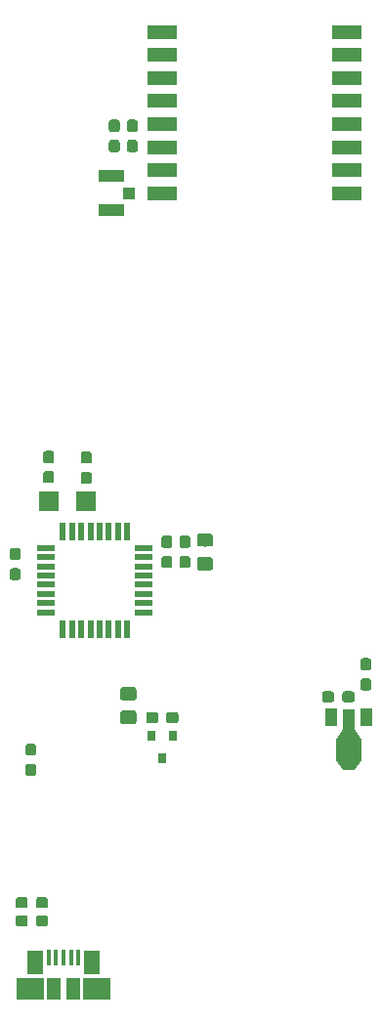
<source format=gbp>
G04 #@! TF.GenerationSoftware,KiCad,Pcbnew,6.0.0-unknown-920f128~86~ubuntu18.04.1*
G04 #@! TF.CreationDate,2019-07-18T17:53:54-04:00*
G04 #@! TF.ProjectId,FOD,464f442e-6b69-4636-9164-5f7063625858,rev?*
G04 #@! TF.SameCoordinates,Original*
G04 #@! TF.FileFunction,Paste,Bot*
G04 #@! TF.FilePolarity,Positive*
%FSLAX46Y46*%
G04 Gerber Fmt 4.6, Leading zero omitted, Abs format (unit mm)*
G04 Created by KiCad (PCBNEW 6.0.0-unknown-920f128~86~ubuntu18.04.1) date 2019-07-18 17:53:54*
%MOMM*%
%LPD*%
G04 APERTURE LIST*
%ADD10R,2.200000X1.050000*%
%ADD11R,1.050000X1.000000*%
%ADD12R,0.800000X0.900000*%
%ADD13C,1.000000*%
%ADD14C,0.100000*%
%ADD15R,2.200000X1.840000*%
%ADD16R,1.000000X1.500000*%
%ADD17R,1.000000X1.800000*%
%ADD18C,0.850000*%
%ADD19R,1.750000X1.800000*%
%ADD20R,2.500000X1.300000*%
%ADD21R,1.600000X0.550000*%
%ADD22R,0.550000X1.600000*%
%ADD23C,0.950000*%
%ADD24C,1.150000*%
%ADD25R,1.175000X1.900000*%
%ADD26R,2.375000X1.900000*%
%ADD27R,1.475000X2.100000*%
%ADD28R,0.450000X1.380000*%
G04 APERTURE END LIST*
D10*
X128725000Y-49465000D03*
D11*
X130250000Y-50940000D03*
D10*
X128725000Y-52415000D03*
D12*
X133100000Y-99900000D03*
X134050000Y-97900000D03*
X132150000Y-97900000D03*
D13*
X149250000Y-97773800D03*
D14*
G36*
X149650000Y-97273800D02*
G01*
X150350000Y-98273800D01*
X148150000Y-98273800D01*
X148850000Y-97273800D01*
X149650000Y-97273800D01*
X149650000Y-97273800D01*
G37*
D15*
X149250000Y-99183500D03*
D16*
X150750000Y-96370000D03*
D17*
X149250000Y-96516500D03*
D16*
X147750000Y-96370000D03*
D18*
X149250000Y-100517000D03*
D14*
G36*
X148750000Y-100942000D02*
G01*
X148150000Y-100092000D01*
X150350000Y-100092000D01*
X149750000Y-100942000D01*
X148750000Y-100942000D01*
X148750000Y-100942000D01*
G37*
D19*
X126500000Y-77650000D03*
X123250000Y-77650000D03*
D20*
X133080000Y-36940000D03*
X133080000Y-38940000D03*
X133080000Y-40940000D03*
X133080000Y-42940000D03*
X133080000Y-44940000D03*
X133080000Y-46940000D03*
X133080000Y-48940000D03*
X133080000Y-50940000D03*
X149080000Y-50940000D03*
X149080000Y-48940000D03*
X149080000Y-46940000D03*
X149080000Y-44940000D03*
X149080000Y-42940000D03*
X149080000Y-40940000D03*
X149080000Y-38940000D03*
X149080000Y-36940000D03*
D21*
X123025000Y-81650000D03*
X123025000Y-82450000D03*
X123025000Y-83250000D03*
X123025000Y-84050000D03*
X123025000Y-84850000D03*
X123025000Y-85650000D03*
X123025000Y-86450000D03*
X123025000Y-87250000D03*
D22*
X124475000Y-88700000D03*
X125275000Y-88700000D03*
X126075000Y-88700000D03*
X126875000Y-88700000D03*
X127675000Y-88700000D03*
X128475000Y-88700000D03*
X129275000Y-88700000D03*
X130075000Y-88700000D03*
D21*
X131525000Y-87250000D03*
X131525000Y-86450000D03*
X131525000Y-85650000D03*
X131525000Y-84850000D03*
X131525000Y-84050000D03*
X131525000Y-83250000D03*
X131525000Y-82450000D03*
X131525000Y-81650000D03*
D22*
X130075000Y-80200000D03*
X129275000Y-80200000D03*
X128475000Y-80200000D03*
X127675000Y-80200000D03*
X126875000Y-80200000D03*
X126075000Y-80200000D03*
X125275000Y-80200000D03*
X124475000Y-80200000D03*
D14*
G36*
X134353387Y-95893079D02*
G01*
X134430438Y-95944562D01*
X134481921Y-96021613D01*
X134500000Y-96112500D01*
X134500000Y-96587500D01*
X134481921Y-96678387D01*
X134430438Y-96755438D01*
X134353387Y-96806921D01*
X134262500Y-96825000D01*
X133687500Y-96825000D01*
X133596613Y-96806921D01*
X133519562Y-96755438D01*
X133468079Y-96678387D01*
X133450000Y-96587500D01*
X133450000Y-96112500D01*
X133468079Y-96021613D01*
X133519562Y-95944562D01*
X133596613Y-95893079D01*
X133687500Y-95875000D01*
X134262500Y-95875000D01*
X134353387Y-95893079D01*
X134353387Y-95893079D01*
G37*
D23*
X133975000Y-96350000D03*
D14*
G36*
X132603387Y-95893079D02*
G01*
X132680438Y-95944562D01*
X132731921Y-96021613D01*
X132750000Y-96112500D01*
X132750000Y-96587500D01*
X132731921Y-96678387D01*
X132680438Y-96755438D01*
X132603387Y-96806921D01*
X132512500Y-96825000D01*
X131937500Y-96825000D01*
X131846613Y-96806921D01*
X131769562Y-96755438D01*
X131718079Y-96678387D01*
X131700000Y-96587500D01*
X131700000Y-96112500D01*
X131718079Y-96021613D01*
X131769562Y-95944562D01*
X131846613Y-95893079D01*
X131937500Y-95875000D01*
X132512500Y-95875000D01*
X132603387Y-95893079D01*
X132603387Y-95893079D01*
G37*
D23*
X132225000Y-96350000D03*
D14*
G36*
X122028387Y-100368079D02*
G01*
X122105438Y-100419562D01*
X122156921Y-100496613D01*
X122175000Y-100587500D01*
X122175000Y-101162500D01*
X122156921Y-101253387D01*
X122105438Y-101330438D01*
X122028387Y-101381921D01*
X121937500Y-101400000D01*
X121462500Y-101400000D01*
X121371613Y-101381921D01*
X121294562Y-101330438D01*
X121243079Y-101253387D01*
X121225000Y-101162500D01*
X121225000Y-100587500D01*
X121243079Y-100496613D01*
X121294562Y-100419562D01*
X121371613Y-100368079D01*
X121462500Y-100350000D01*
X121937500Y-100350000D01*
X122028387Y-100368079D01*
X122028387Y-100368079D01*
G37*
D23*
X121700000Y-100875000D03*
D14*
G36*
X122028387Y-98618079D02*
G01*
X122105438Y-98669562D01*
X122156921Y-98746613D01*
X122175000Y-98837500D01*
X122175000Y-99412500D01*
X122156921Y-99503387D01*
X122105438Y-99580438D01*
X122028387Y-99631921D01*
X121937500Y-99650000D01*
X121462500Y-99650000D01*
X121371613Y-99631921D01*
X121294562Y-99580438D01*
X121243079Y-99503387D01*
X121225000Y-99412500D01*
X121225000Y-98837500D01*
X121243079Y-98746613D01*
X121294562Y-98669562D01*
X121371613Y-98618079D01*
X121462500Y-98600000D01*
X121937500Y-98600000D01*
X122028387Y-98618079D01*
X122028387Y-98618079D01*
G37*
D23*
X121700000Y-99125000D03*
D14*
G36*
X123053387Y-111943079D02*
G01*
X123130438Y-111994562D01*
X123181921Y-112071613D01*
X123200000Y-112162500D01*
X123200000Y-112637500D01*
X123181921Y-112728387D01*
X123130438Y-112805438D01*
X123053387Y-112856921D01*
X122962500Y-112875000D01*
X122387500Y-112875000D01*
X122296613Y-112856921D01*
X122219562Y-112805438D01*
X122168079Y-112728387D01*
X122150000Y-112637500D01*
X122150000Y-112162500D01*
X122168079Y-112071613D01*
X122219562Y-111994562D01*
X122296613Y-111943079D01*
X122387500Y-111925000D01*
X122962500Y-111925000D01*
X123053387Y-111943079D01*
X123053387Y-111943079D01*
G37*
D23*
X122675000Y-112400000D03*
D14*
G36*
X121303387Y-111943079D02*
G01*
X121380438Y-111994562D01*
X121431921Y-112071613D01*
X121450000Y-112162500D01*
X121450000Y-112637500D01*
X121431921Y-112728387D01*
X121380438Y-112805438D01*
X121303387Y-112856921D01*
X121212500Y-112875000D01*
X120637500Y-112875000D01*
X120546613Y-112856921D01*
X120469562Y-112805438D01*
X120418079Y-112728387D01*
X120400000Y-112637500D01*
X120400000Y-112162500D01*
X120418079Y-112071613D01*
X120469562Y-111994562D01*
X120546613Y-111943079D01*
X120637500Y-111925000D01*
X121212500Y-111925000D01*
X121303387Y-111943079D01*
X121303387Y-111943079D01*
G37*
D23*
X120925000Y-112400000D03*
D14*
G36*
X137345671Y-82469030D02*
G01*
X137426777Y-82523223D01*
X137480970Y-82604329D01*
X137500000Y-82699999D01*
X137500000Y-83350001D01*
X137480970Y-83445671D01*
X137426777Y-83526777D01*
X137345671Y-83580970D01*
X137250001Y-83600000D01*
X136349999Y-83600000D01*
X136254329Y-83580970D01*
X136173223Y-83526777D01*
X136119030Y-83445671D01*
X136100000Y-83350001D01*
X136100000Y-82699999D01*
X136119030Y-82604329D01*
X136173223Y-82523223D01*
X136254329Y-82469030D01*
X136349999Y-82450000D01*
X137250001Y-82450000D01*
X137345671Y-82469030D01*
X137345671Y-82469030D01*
G37*
D24*
X136800000Y-83025000D03*
D14*
G36*
X137345671Y-80419030D02*
G01*
X137426777Y-80473223D01*
X137480970Y-80554329D01*
X137500000Y-80649999D01*
X137500000Y-81300001D01*
X137480970Y-81395671D01*
X137426777Y-81476777D01*
X137345671Y-81530970D01*
X137250001Y-81550000D01*
X136349999Y-81550000D01*
X136254329Y-81530970D01*
X136173223Y-81476777D01*
X136119030Y-81395671D01*
X136100000Y-81300001D01*
X136100000Y-80649999D01*
X136119030Y-80554329D01*
X136173223Y-80473223D01*
X136254329Y-80419030D01*
X136349999Y-80400000D01*
X137250001Y-80400000D01*
X137345671Y-80419030D01*
X137345671Y-80419030D01*
G37*
D24*
X136800000Y-80975000D03*
D25*
X123710000Y-119850000D03*
X125390000Y-119850000D03*
D26*
X121640000Y-119850000D03*
X127460000Y-119850000D03*
D27*
X122087500Y-117550000D03*
X127012500Y-117550000D03*
D28*
X123250000Y-117190000D03*
X123900000Y-117190000D03*
X124550000Y-117190000D03*
X125200000Y-117190000D03*
X125850000Y-117190000D03*
D14*
G36*
X130695671Y-93719030D02*
G01*
X130776777Y-93773223D01*
X130830970Y-93854329D01*
X130850000Y-93949999D01*
X130850000Y-94600001D01*
X130830970Y-94695671D01*
X130776777Y-94776777D01*
X130695671Y-94830970D01*
X130600001Y-94850000D01*
X129699999Y-94850000D01*
X129604329Y-94830970D01*
X129523223Y-94776777D01*
X129469030Y-94695671D01*
X129450000Y-94600001D01*
X129450000Y-93949999D01*
X129469030Y-93854329D01*
X129523223Y-93773223D01*
X129604329Y-93719030D01*
X129699999Y-93700000D01*
X130600001Y-93700000D01*
X130695671Y-93719030D01*
X130695671Y-93719030D01*
G37*
D24*
X130150000Y-94275000D03*
D14*
G36*
X130695671Y-95769030D02*
G01*
X130776777Y-95823223D01*
X130830970Y-95904329D01*
X130850000Y-95999999D01*
X130850000Y-96650001D01*
X130830970Y-96745671D01*
X130776777Y-96826777D01*
X130695671Y-96880970D01*
X130600001Y-96900000D01*
X129699999Y-96900000D01*
X129604329Y-96880970D01*
X129523223Y-96826777D01*
X129469030Y-96745671D01*
X129450000Y-96650001D01*
X129450000Y-95999999D01*
X129469030Y-95904329D01*
X129523223Y-95823223D01*
X129604329Y-95769030D01*
X129699999Y-95750000D01*
X130600001Y-95750000D01*
X130695671Y-95769030D01*
X130695671Y-95769030D01*
G37*
D24*
X130150000Y-96325000D03*
D14*
G36*
X151078387Y-91218079D02*
G01*
X151155438Y-91269562D01*
X151206921Y-91346613D01*
X151225000Y-91437500D01*
X151225000Y-92012500D01*
X151206921Y-92103387D01*
X151155438Y-92180438D01*
X151078387Y-92231921D01*
X150987500Y-92250000D01*
X150512500Y-92250000D01*
X150421613Y-92231921D01*
X150344562Y-92180438D01*
X150293079Y-92103387D01*
X150275000Y-92012500D01*
X150275000Y-91437500D01*
X150293079Y-91346613D01*
X150344562Y-91269562D01*
X150421613Y-91218079D01*
X150512500Y-91200000D01*
X150987500Y-91200000D01*
X151078387Y-91218079D01*
X151078387Y-91218079D01*
G37*
D23*
X150750000Y-91725000D03*
D14*
G36*
X151078387Y-92968079D02*
G01*
X151155438Y-93019562D01*
X151206921Y-93096613D01*
X151225000Y-93187500D01*
X151225000Y-93762500D01*
X151206921Y-93853387D01*
X151155438Y-93930438D01*
X151078387Y-93981921D01*
X150987500Y-94000000D01*
X150512500Y-94000000D01*
X150421613Y-93981921D01*
X150344562Y-93930438D01*
X150293079Y-93853387D01*
X150275000Y-93762500D01*
X150275000Y-93187500D01*
X150293079Y-93096613D01*
X150344562Y-93019562D01*
X150421613Y-92968079D01*
X150512500Y-92950000D01*
X150987500Y-92950000D01*
X151078387Y-92968079D01*
X151078387Y-92968079D01*
G37*
D23*
X150750000Y-93475000D03*
D14*
G36*
X147853387Y-94093079D02*
G01*
X147930438Y-94144562D01*
X147981921Y-94221613D01*
X148000000Y-94312500D01*
X148000000Y-94787500D01*
X147981921Y-94878387D01*
X147930438Y-94955438D01*
X147853387Y-95006921D01*
X147762500Y-95025000D01*
X147187500Y-95025000D01*
X147096613Y-95006921D01*
X147019562Y-94955438D01*
X146968079Y-94878387D01*
X146950000Y-94787500D01*
X146950000Y-94312500D01*
X146968079Y-94221613D01*
X147019562Y-94144562D01*
X147096613Y-94093079D01*
X147187500Y-94075000D01*
X147762500Y-94075000D01*
X147853387Y-94093079D01*
X147853387Y-94093079D01*
G37*
D23*
X147475000Y-94550000D03*
D14*
G36*
X149603387Y-94093079D02*
G01*
X149680438Y-94144562D01*
X149731921Y-94221613D01*
X149750000Y-94312500D01*
X149750000Y-94787500D01*
X149731921Y-94878387D01*
X149680438Y-94955438D01*
X149603387Y-95006921D01*
X149512500Y-95025000D01*
X148937500Y-95025000D01*
X148846613Y-95006921D01*
X148769562Y-94955438D01*
X148718079Y-94878387D01*
X148700000Y-94787500D01*
X148700000Y-94312500D01*
X148718079Y-94221613D01*
X148769562Y-94144562D01*
X148846613Y-94093079D01*
X148937500Y-94075000D01*
X149512500Y-94075000D01*
X149603387Y-94093079D01*
X149603387Y-94093079D01*
G37*
D23*
X149225000Y-94550000D03*
D14*
G36*
X126828387Y-73318079D02*
G01*
X126905438Y-73369562D01*
X126956921Y-73446613D01*
X126975000Y-73537500D01*
X126975000Y-74112500D01*
X126956921Y-74203387D01*
X126905438Y-74280438D01*
X126828387Y-74331921D01*
X126737500Y-74350000D01*
X126262500Y-74350000D01*
X126171613Y-74331921D01*
X126094562Y-74280438D01*
X126043079Y-74203387D01*
X126025000Y-74112500D01*
X126025000Y-73537500D01*
X126043079Y-73446613D01*
X126094562Y-73369562D01*
X126171613Y-73318079D01*
X126262500Y-73300000D01*
X126737500Y-73300000D01*
X126828387Y-73318079D01*
X126828387Y-73318079D01*
G37*
D23*
X126500000Y-73825000D03*
D14*
G36*
X126828387Y-75068079D02*
G01*
X126905438Y-75119562D01*
X126956921Y-75196613D01*
X126975000Y-75287500D01*
X126975000Y-75862500D01*
X126956921Y-75953387D01*
X126905438Y-76030438D01*
X126828387Y-76081921D01*
X126737500Y-76100000D01*
X126262500Y-76100000D01*
X126171613Y-76081921D01*
X126094562Y-76030438D01*
X126043079Y-75953387D01*
X126025000Y-75862500D01*
X126025000Y-75287500D01*
X126043079Y-75196613D01*
X126094562Y-75119562D01*
X126171613Y-75068079D01*
X126262500Y-75050000D01*
X126737500Y-75050000D01*
X126828387Y-75068079D01*
X126828387Y-75068079D01*
G37*
D23*
X126500000Y-75575000D03*
D14*
G36*
X123578387Y-73268079D02*
G01*
X123655438Y-73319562D01*
X123706921Y-73396613D01*
X123725000Y-73487500D01*
X123725000Y-74062500D01*
X123706921Y-74153387D01*
X123655438Y-74230438D01*
X123578387Y-74281921D01*
X123487500Y-74300000D01*
X123012500Y-74300000D01*
X122921613Y-74281921D01*
X122844562Y-74230438D01*
X122793079Y-74153387D01*
X122775000Y-74062500D01*
X122775000Y-73487500D01*
X122793079Y-73396613D01*
X122844562Y-73319562D01*
X122921613Y-73268079D01*
X123012500Y-73250000D01*
X123487500Y-73250000D01*
X123578387Y-73268079D01*
X123578387Y-73268079D01*
G37*
D23*
X123250000Y-73775000D03*
D14*
G36*
X123578387Y-75018079D02*
G01*
X123655438Y-75069562D01*
X123706921Y-75146613D01*
X123725000Y-75237500D01*
X123725000Y-75812500D01*
X123706921Y-75903387D01*
X123655438Y-75980438D01*
X123578387Y-76031921D01*
X123487500Y-76050000D01*
X123012500Y-76050000D01*
X122921613Y-76031921D01*
X122844562Y-75980438D01*
X122793079Y-75903387D01*
X122775000Y-75812500D01*
X122775000Y-75237500D01*
X122793079Y-75146613D01*
X122844562Y-75069562D01*
X122921613Y-75018079D01*
X123012500Y-75000000D01*
X123487500Y-75000000D01*
X123578387Y-75018079D01*
X123578387Y-75018079D01*
G37*
D23*
X123250000Y-75525000D03*
D14*
G36*
X135378387Y-82368079D02*
G01*
X135455438Y-82419562D01*
X135506921Y-82496613D01*
X135525000Y-82587500D01*
X135525000Y-83162500D01*
X135506921Y-83253387D01*
X135455438Y-83330438D01*
X135378387Y-83381921D01*
X135287500Y-83400000D01*
X134812500Y-83400000D01*
X134721613Y-83381921D01*
X134644562Y-83330438D01*
X134593079Y-83253387D01*
X134575000Y-83162500D01*
X134575000Y-82587500D01*
X134593079Y-82496613D01*
X134644562Y-82419562D01*
X134721613Y-82368079D01*
X134812500Y-82350000D01*
X135287500Y-82350000D01*
X135378387Y-82368079D01*
X135378387Y-82368079D01*
G37*
D23*
X135050000Y-82875000D03*
D14*
G36*
X135378387Y-80618079D02*
G01*
X135455438Y-80669562D01*
X135506921Y-80746613D01*
X135525000Y-80837500D01*
X135525000Y-81412500D01*
X135506921Y-81503387D01*
X135455438Y-81580438D01*
X135378387Y-81631921D01*
X135287500Y-81650000D01*
X134812500Y-81650000D01*
X134721613Y-81631921D01*
X134644562Y-81580438D01*
X134593079Y-81503387D01*
X134575000Y-81412500D01*
X134575000Y-80837500D01*
X134593079Y-80746613D01*
X134644562Y-80669562D01*
X134721613Y-80618079D01*
X134812500Y-80600000D01*
X135287500Y-80600000D01*
X135378387Y-80618079D01*
X135378387Y-80618079D01*
G37*
D23*
X135050000Y-81125000D03*
D14*
G36*
X133828387Y-82368079D02*
G01*
X133905438Y-82419562D01*
X133956921Y-82496613D01*
X133975000Y-82587500D01*
X133975000Y-83162500D01*
X133956921Y-83253387D01*
X133905438Y-83330438D01*
X133828387Y-83381921D01*
X133737500Y-83400000D01*
X133262500Y-83400000D01*
X133171613Y-83381921D01*
X133094562Y-83330438D01*
X133043079Y-83253387D01*
X133025000Y-83162500D01*
X133025000Y-82587500D01*
X133043079Y-82496613D01*
X133094562Y-82419562D01*
X133171613Y-82368079D01*
X133262500Y-82350000D01*
X133737500Y-82350000D01*
X133828387Y-82368079D01*
X133828387Y-82368079D01*
G37*
D23*
X133500000Y-82875000D03*
D14*
G36*
X133828387Y-80618079D02*
G01*
X133905438Y-80669562D01*
X133956921Y-80746613D01*
X133975000Y-80837500D01*
X133975000Y-81412500D01*
X133956921Y-81503387D01*
X133905438Y-81580438D01*
X133828387Y-81631921D01*
X133737500Y-81650000D01*
X133262500Y-81650000D01*
X133171613Y-81631921D01*
X133094562Y-81580438D01*
X133043079Y-81503387D01*
X133025000Y-81412500D01*
X133025000Y-80837500D01*
X133043079Y-80746613D01*
X133094562Y-80669562D01*
X133171613Y-80618079D01*
X133262500Y-80600000D01*
X133737500Y-80600000D01*
X133828387Y-80618079D01*
X133828387Y-80618079D01*
G37*
D23*
X133500000Y-81125000D03*
D14*
G36*
X123053387Y-113493079D02*
G01*
X123130438Y-113544562D01*
X123181921Y-113621613D01*
X123200000Y-113712500D01*
X123200000Y-114187500D01*
X123181921Y-114278387D01*
X123130438Y-114355438D01*
X123053387Y-114406921D01*
X122962500Y-114425000D01*
X122387500Y-114425000D01*
X122296613Y-114406921D01*
X122219562Y-114355438D01*
X122168079Y-114278387D01*
X122150000Y-114187500D01*
X122150000Y-113712500D01*
X122168079Y-113621613D01*
X122219562Y-113544562D01*
X122296613Y-113493079D01*
X122387500Y-113475000D01*
X122962500Y-113475000D01*
X123053387Y-113493079D01*
X123053387Y-113493079D01*
G37*
D23*
X122675000Y-113950000D03*
D14*
G36*
X121303387Y-113493079D02*
G01*
X121380438Y-113544562D01*
X121431921Y-113621613D01*
X121450000Y-113712500D01*
X121450000Y-114187500D01*
X121431921Y-114278387D01*
X121380438Y-114355438D01*
X121303387Y-114406921D01*
X121212500Y-114425000D01*
X120637500Y-114425000D01*
X120546613Y-114406921D01*
X120469562Y-114355438D01*
X120418079Y-114278387D01*
X120400000Y-114187500D01*
X120400000Y-113712500D01*
X120418079Y-113621613D01*
X120469562Y-113544562D01*
X120546613Y-113493079D01*
X120637500Y-113475000D01*
X121212500Y-113475000D01*
X121303387Y-113493079D01*
X121303387Y-113493079D01*
G37*
D23*
X120925000Y-113950000D03*
D14*
G36*
X120678387Y-83418079D02*
G01*
X120755438Y-83469562D01*
X120806921Y-83546613D01*
X120825000Y-83637500D01*
X120825000Y-84212500D01*
X120806921Y-84303387D01*
X120755438Y-84380438D01*
X120678387Y-84431921D01*
X120587500Y-84450000D01*
X120112500Y-84450000D01*
X120021613Y-84431921D01*
X119944562Y-84380438D01*
X119893079Y-84303387D01*
X119875000Y-84212500D01*
X119875000Y-83637500D01*
X119893079Y-83546613D01*
X119944562Y-83469562D01*
X120021613Y-83418079D01*
X120112500Y-83400000D01*
X120587500Y-83400000D01*
X120678387Y-83418079D01*
X120678387Y-83418079D01*
G37*
D23*
X120350000Y-83925000D03*
D14*
G36*
X120678387Y-81668079D02*
G01*
X120755438Y-81719562D01*
X120806921Y-81796613D01*
X120825000Y-81887500D01*
X120825000Y-82462500D01*
X120806921Y-82553387D01*
X120755438Y-82630438D01*
X120678387Y-82681921D01*
X120587500Y-82700000D01*
X120112500Y-82700000D01*
X120021613Y-82681921D01*
X119944562Y-82630438D01*
X119893079Y-82553387D01*
X119875000Y-82462500D01*
X119875000Y-81887500D01*
X119893079Y-81796613D01*
X119944562Y-81719562D01*
X120021613Y-81668079D01*
X120112500Y-81650000D01*
X120587500Y-81650000D01*
X120678387Y-81668079D01*
X120678387Y-81668079D01*
G37*
D23*
X120350000Y-82175000D03*
D14*
G36*
X130828387Y-46318079D02*
G01*
X130905438Y-46369562D01*
X130956921Y-46446613D01*
X130975000Y-46537500D01*
X130975000Y-47112500D01*
X130956921Y-47203387D01*
X130905438Y-47280438D01*
X130828387Y-47331921D01*
X130737500Y-47350000D01*
X130262500Y-47350000D01*
X130171613Y-47331921D01*
X130094562Y-47280438D01*
X130043079Y-47203387D01*
X130025000Y-47112500D01*
X130025000Y-46537500D01*
X130043079Y-46446613D01*
X130094562Y-46369562D01*
X130171613Y-46318079D01*
X130262500Y-46300000D01*
X130737500Y-46300000D01*
X130828387Y-46318079D01*
X130828387Y-46318079D01*
G37*
D23*
X130500000Y-46825000D03*
D14*
G36*
X130828387Y-44568079D02*
G01*
X130905438Y-44619562D01*
X130956921Y-44696613D01*
X130975000Y-44787500D01*
X130975000Y-45362500D01*
X130956921Y-45453387D01*
X130905438Y-45530438D01*
X130828387Y-45581921D01*
X130737500Y-45600000D01*
X130262500Y-45600000D01*
X130171613Y-45581921D01*
X130094562Y-45530438D01*
X130043079Y-45453387D01*
X130025000Y-45362500D01*
X130025000Y-44787500D01*
X130043079Y-44696613D01*
X130094562Y-44619562D01*
X130171613Y-44568079D01*
X130262500Y-44550000D01*
X130737500Y-44550000D01*
X130828387Y-44568079D01*
X130828387Y-44568079D01*
G37*
D23*
X130500000Y-45075000D03*
D14*
G36*
X129278387Y-46318079D02*
G01*
X129355438Y-46369562D01*
X129406921Y-46446613D01*
X129425000Y-46537500D01*
X129425000Y-47112500D01*
X129406921Y-47203387D01*
X129355438Y-47280438D01*
X129278387Y-47331921D01*
X129187500Y-47350000D01*
X128712500Y-47350000D01*
X128621613Y-47331921D01*
X128544562Y-47280438D01*
X128493079Y-47203387D01*
X128475000Y-47112500D01*
X128475000Y-46537500D01*
X128493079Y-46446613D01*
X128544562Y-46369562D01*
X128621613Y-46318079D01*
X128712500Y-46300000D01*
X129187500Y-46300000D01*
X129278387Y-46318079D01*
X129278387Y-46318079D01*
G37*
D23*
X128950000Y-46825000D03*
D14*
G36*
X129278387Y-44568079D02*
G01*
X129355438Y-44619562D01*
X129406921Y-44696613D01*
X129425000Y-44787500D01*
X129425000Y-45362500D01*
X129406921Y-45453387D01*
X129355438Y-45530438D01*
X129278387Y-45581921D01*
X129187500Y-45600000D01*
X128712500Y-45600000D01*
X128621613Y-45581921D01*
X128544562Y-45530438D01*
X128493079Y-45453387D01*
X128475000Y-45362500D01*
X128475000Y-44787500D01*
X128493079Y-44696613D01*
X128544562Y-44619562D01*
X128621613Y-44568079D01*
X128712500Y-44550000D01*
X129187500Y-44550000D01*
X129278387Y-44568079D01*
X129278387Y-44568079D01*
G37*
D23*
X128950000Y-45075000D03*
M02*

</source>
